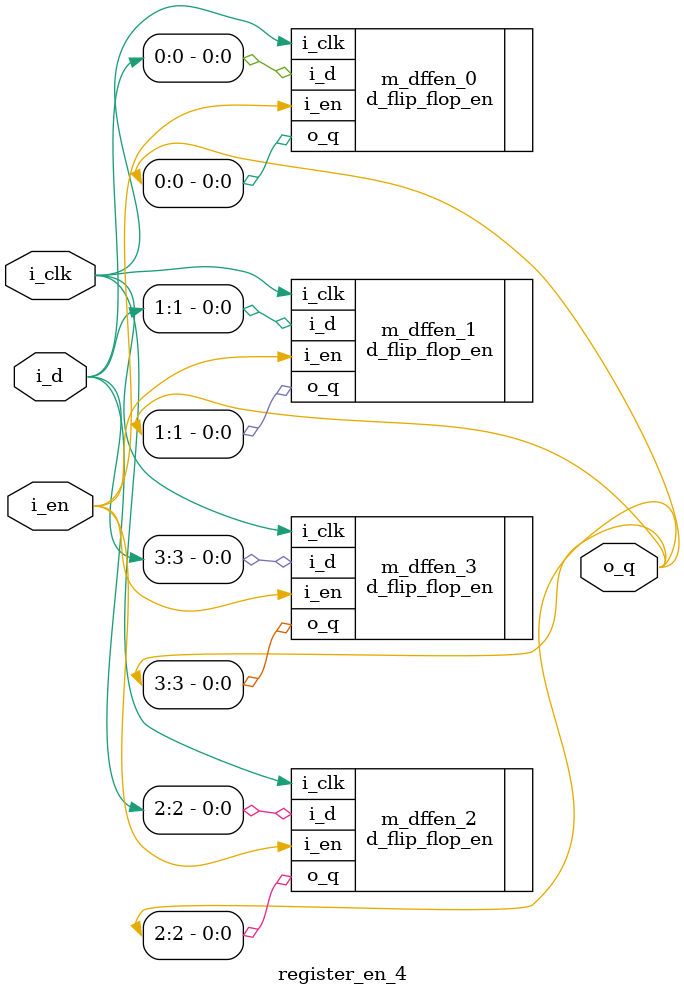
<source format=sv>
/**
4 bit register
@Param i_clk clock
@Param i_en enable
@Param i_d data
@Param o_q output
*/
module register_en_4( input  logic       i_clk,
                      input  logic       i_en,
                      input  logic [3:0] i_d,
                      output logic [3:0] o_q );
    d_flip_flop_en m_dffen_0 ( .i_clk(i_clk), .i_en(i_en), .i_d(i_d[0]), .o_q(o_q[0]) );
    d_flip_flop_en m_dffen_1 ( .i_clk(i_clk), .i_en(i_en), .i_d(i_d[1]), .o_q(o_q[1]) );
    d_flip_flop_en m_dffen_2 ( .i_clk(i_clk), .i_en(i_en), .i_d(i_d[2]), .o_q(o_q[2]) );
    d_flip_flop_en m_dffen_3 ( .i_clk(i_clk), .i_en(i_en), .i_d(i_d[3]), .o_q(o_q[3]) );

endmodule
</source>
